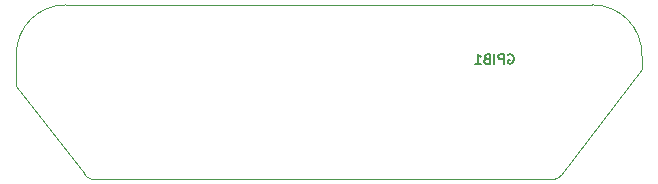
<source format=gbr>
%TF.GenerationSoftware,KiCad,Pcbnew,8.0.4*%
%TF.CreationDate,2024-08-18T12:20:09-07:00*%
%TF.ProjectId,xyp-gpib,7879702d-6770-4696-922e-6b696361645f,2.1*%
%TF.SameCoordinates,Original*%
%TF.FileFunction,Legend,Bot*%
%TF.FilePolarity,Positive*%
%FSLAX46Y46*%
G04 Gerber Fmt 4.6, Leading zero omitted, Abs format (unit mm)*
G04 Created by KiCad (PCBNEW 8.0.4) date 2024-08-18 12:20:09*
%MOMM*%
%LPD*%
G01*
G04 APERTURE LIST*
%ADD10C,0.150000*%
%ADD11C,0.100000*%
%ADD12C,0.120000*%
G04 APERTURE END LIST*
D10*
X222049792Y-79396390D02*
X222125982Y-79358295D01*
X222125982Y-79358295D02*
X222240268Y-79358295D01*
X222240268Y-79358295D02*
X222354554Y-79396390D01*
X222354554Y-79396390D02*
X222430744Y-79472580D01*
X222430744Y-79472580D02*
X222468839Y-79548771D01*
X222468839Y-79548771D02*
X222506935Y-79701152D01*
X222506935Y-79701152D02*
X222506935Y-79815438D01*
X222506935Y-79815438D02*
X222468839Y-79967819D01*
X222468839Y-79967819D02*
X222430744Y-80044009D01*
X222430744Y-80044009D02*
X222354554Y-80120200D01*
X222354554Y-80120200D02*
X222240268Y-80158295D01*
X222240268Y-80158295D02*
X222164077Y-80158295D01*
X222164077Y-80158295D02*
X222049792Y-80120200D01*
X222049792Y-80120200D02*
X222011696Y-80082104D01*
X222011696Y-80082104D02*
X222011696Y-79815438D01*
X222011696Y-79815438D02*
X222164077Y-79815438D01*
X221668839Y-80158295D02*
X221668839Y-79358295D01*
X221668839Y-79358295D02*
X221364077Y-79358295D01*
X221364077Y-79358295D02*
X221287887Y-79396390D01*
X221287887Y-79396390D02*
X221249792Y-79434485D01*
X221249792Y-79434485D02*
X221211696Y-79510676D01*
X221211696Y-79510676D02*
X221211696Y-79624961D01*
X221211696Y-79624961D02*
X221249792Y-79701152D01*
X221249792Y-79701152D02*
X221287887Y-79739247D01*
X221287887Y-79739247D02*
X221364077Y-79777342D01*
X221364077Y-79777342D02*
X221668839Y-79777342D01*
X220868839Y-80158295D02*
X220868839Y-79358295D01*
X220221221Y-79739247D02*
X220106935Y-79777342D01*
X220106935Y-79777342D02*
X220068840Y-79815438D01*
X220068840Y-79815438D02*
X220030744Y-79891628D01*
X220030744Y-79891628D02*
X220030744Y-80005914D01*
X220030744Y-80005914D02*
X220068840Y-80082104D01*
X220068840Y-80082104D02*
X220106935Y-80120200D01*
X220106935Y-80120200D02*
X220183125Y-80158295D01*
X220183125Y-80158295D02*
X220487887Y-80158295D01*
X220487887Y-80158295D02*
X220487887Y-79358295D01*
X220487887Y-79358295D02*
X220221221Y-79358295D01*
X220221221Y-79358295D02*
X220145030Y-79396390D01*
X220145030Y-79396390D02*
X220106935Y-79434485D01*
X220106935Y-79434485D02*
X220068840Y-79510676D01*
X220068840Y-79510676D02*
X220068840Y-79586866D01*
X220068840Y-79586866D02*
X220106935Y-79663057D01*
X220106935Y-79663057D02*
X220145030Y-79701152D01*
X220145030Y-79701152D02*
X220221221Y-79739247D01*
X220221221Y-79739247D02*
X220487887Y-79739247D01*
X219268840Y-80158295D02*
X219725983Y-80158295D01*
X219497411Y-80158295D02*
X219497411Y-79358295D01*
X219497411Y-79358295D02*
X219573602Y-79472580D01*
X219573602Y-79472580D02*
X219649792Y-79548771D01*
X219649792Y-79548771D02*
X219725983Y-79586866D01*
D11*
%TO.C,GPIB1*%
X226554291Y-89614175D02*
X233365000Y-80645000D01*
X233365000Y-80645000D02*
X233364999Y-79500598D01*
D12*
X186756000Y-89916000D02*
X225999000Y-89916000D01*
X180406058Y-82041955D02*
X186188291Y-89506044D01*
X229174000Y-75180675D02*
X184597000Y-75184000D01*
D11*
X180406327Y-79466620D02*
X180406000Y-82042000D01*
X229174000Y-75180675D02*
G75*
G02*
X233364999Y-79500598I0J-4192923D01*
G01*
D12*
X226543508Y-89607705D02*
G75*
G02*
X225999000Y-89916000I-544507J326704D01*
G01*
X186756000Y-89915999D02*
G75*
G02*
X186188306Y-89506037I58900J679599D01*
G01*
D11*
X180406327Y-79466620D02*
G75*
G02*
X184597000Y-75183998I4152413J128400D01*
G01*
%TD*%
M02*

</source>
